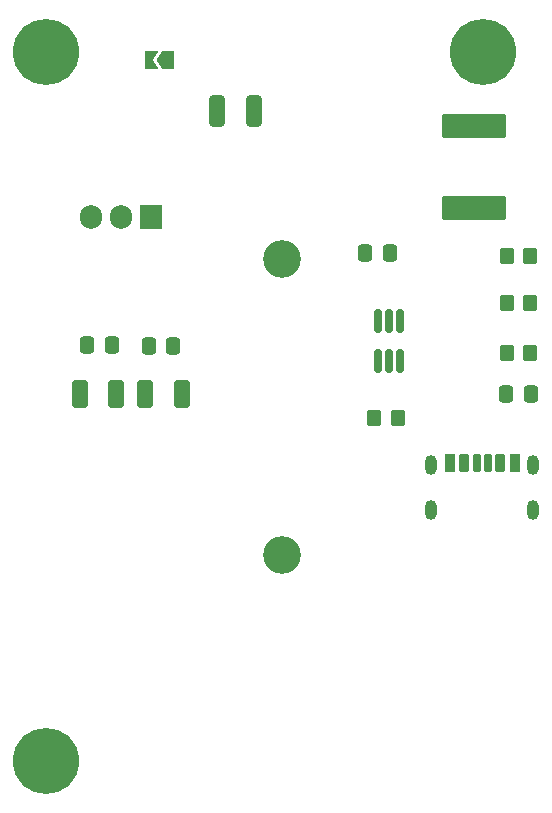
<source format=gbr>
%TF.GenerationSoftware,KiCad,Pcbnew,8.0.8*%
%TF.CreationDate,2025-08-11T02:01:29+09:00*%
%TF.ProjectId,20250811-7seg-led-panel-power,32303235-3038-4313-912d-377365672d6c,rev?*%
%TF.SameCoordinates,Original*%
%TF.FileFunction,Soldermask,Bot*%
%TF.FilePolarity,Negative*%
%FSLAX46Y46*%
G04 Gerber Fmt 4.6, Leading zero omitted, Abs format (unit mm)*
G04 Created by KiCad (PCBNEW 8.0.8) date 2025-08-11 02:01:29*
%MOMM*%
%LPD*%
G01*
G04 APERTURE LIST*
G04 Aperture macros list*
%AMRoundRect*
0 Rectangle with rounded corners*
0 $1 Rounding radius*
0 $2 $3 $4 $5 $6 $7 $8 $9 X,Y pos of 4 corners*
0 Add a 4 corners polygon primitive as box body*
4,1,4,$2,$3,$4,$5,$6,$7,$8,$9,$2,$3,0*
0 Add four circle primitives for the rounded corners*
1,1,$1+$1,$2,$3*
1,1,$1+$1,$4,$5*
1,1,$1+$1,$6,$7*
1,1,$1+$1,$8,$9*
0 Add four rect primitives between the rounded corners*
20,1,$1+$1,$2,$3,$4,$5,0*
20,1,$1+$1,$4,$5,$6,$7,0*
20,1,$1+$1,$6,$7,$8,$9,0*
20,1,$1+$1,$8,$9,$2,$3,0*%
%AMFreePoly0*
4,1,6,1.000000,0.000000,0.500000,-0.750000,-0.500000,-0.750000,-0.500000,0.750000,0.500000,0.750000,1.000000,0.000000,1.000000,0.000000,$1*%
%AMFreePoly1*
4,1,6,0.500000,-0.750000,-0.650000,-0.750000,-0.150000,0.000000,-0.650000,0.750000,0.500000,0.750000,0.500000,-0.750000,0.500000,-0.750000,$1*%
G04 Aperture macros list end*
%ADD10O,1.000000X1.700000*%
%ADD11RoundRect,0.225000X0.225000X0.575000X-0.225000X0.575000X-0.225000X-0.575000X0.225000X-0.575000X0*%
%ADD12RoundRect,0.200000X0.200000X0.600000X-0.200000X0.600000X-0.200000X-0.600000X0.200000X-0.600000X0*%
%ADD13RoundRect,0.175000X0.175000X0.625000X-0.175000X0.625000X-0.175000X-0.625000X0.175000X-0.625000X0*%
%ADD14RoundRect,0.162500X-0.162500X0.837500X-0.162500X-0.837500X0.162500X-0.837500X0.162500X0.837500X0*%
%ADD15RoundRect,0.250000X0.400000X1.075000X-0.400000X1.075000X-0.400000X-1.075000X0.400000X-1.075000X0*%
%ADD16RoundRect,0.250000X-0.350000X-0.450000X0.350000X-0.450000X0.350000X0.450000X-0.350000X0.450000X0*%
%ADD17RoundRect,0.250001X2.474999X-0.799999X2.474999X0.799999X-2.474999X0.799999X-2.474999X-0.799999X0*%
%ADD18RoundRect,0.250000X-0.337500X-0.475000X0.337500X-0.475000X0.337500X0.475000X-0.337500X0.475000X0*%
%ADD19R,1.905000X2.000000*%
%ADD20O,1.905000X2.000000*%
%ADD21C,5.600000*%
%ADD22C,3.200000*%
%ADD23RoundRect,0.250000X0.337500X0.475000X-0.337500X0.475000X-0.337500X-0.475000X0.337500X-0.475000X0*%
%ADD24FreePoly0,180.000000*%
%ADD25FreePoly1,180.000000*%
%ADD26RoundRect,0.250000X-0.412500X-0.925000X0.412500X-0.925000X0.412500X0.925000X-0.412500X0.925000X0*%
%ADD27RoundRect,0.250000X0.412500X0.925000X-0.412500X0.925000X-0.412500X-0.925000X0.412500X-0.925000X0*%
G04 APERTURE END LIST*
D10*
%TO.C,J102*%
X139660000Y-97700000D03*
X139660000Y-93900000D03*
X148300000Y-97700000D03*
X148300000Y-93900000D03*
D11*
X146730000Y-93720000D03*
D12*
X145500000Y-93720000D03*
D13*
X143480000Y-93720000D03*
D11*
X141230000Y-93720000D03*
D12*
X142460000Y-93720000D03*
D13*
X144480000Y-93720000D03*
%TD*%
D14*
%TO.C,U103*%
X135100000Y-81690000D03*
X136050000Y-81690000D03*
X137000000Y-81690000D03*
X137000000Y-85110000D03*
X136050000Y-85110000D03*
X135100000Y-85110000D03*
%TD*%
D15*
%TO.C,R108*%
X124650000Y-63900000D03*
X121550000Y-63900000D03*
%TD*%
D16*
%TO.C,R107*%
X134800000Y-89900000D03*
X136800000Y-89900000D03*
%TD*%
%TO.C,R106*%
X146050000Y-76150000D03*
X148050000Y-76150000D03*
%TD*%
%TO.C,R105*%
X146050000Y-80150000D03*
X148050000Y-80150000D03*
%TD*%
%TO.C,R104*%
X146050000Y-84400000D03*
X148050000Y-84400000D03*
%TD*%
D17*
%TO.C,F102*%
X143300000Y-72125000D03*
X143300000Y-65175000D03*
%TD*%
D18*
%TO.C,C108*%
X134050000Y-75900000D03*
X136125000Y-75900000D03*
%TD*%
%TO.C,C102*%
X146012500Y-87900000D03*
X148087500Y-87900000D03*
%TD*%
D19*
%TO.C,U101*%
X115890000Y-72900000D03*
D20*
X113350000Y-72900000D03*
X110810000Y-72900000D03*
%TD*%
D21*
%TO.C,H102*%
X107050000Y-118900000D03*
%TD*%
D22*
%TO.C,H103*%
X127050000Y-101500000D03*
%TD*%
D21*
%TO.C,H105*%
X107050000Y-58900000D03*
%TD*%
D22*
%TO.C,H104*%
X127050000Y-76400000D03*
%TD*%
D21*
%TO.C,H101*%
X144050000Y-58900000D03*
%TD*%
D23*
%TO.C,C103*%
X117787500Y-83800000D03*
X115712500Y-83800000D03*
%TD*%
D18*
%TO.C,C104*%
X110512500Y-83700000D03*
X112587500Y-83700000D03*
%TD*%
D24*
%TO.C,JP101*%
X117375000Y-59600000D03*
D25*
X115925000Y-59600000D03*
%TD*%
D26*
%TO.C,C105*%
X109912500Y-87900000D03*
X112987500Y-87900000D03*
%TD*%
D27*
%TO.C,C101*%
X118525000Y-87900000D03*
X115450000Y-87900000D03*
%TD*%
M02*

</source>
